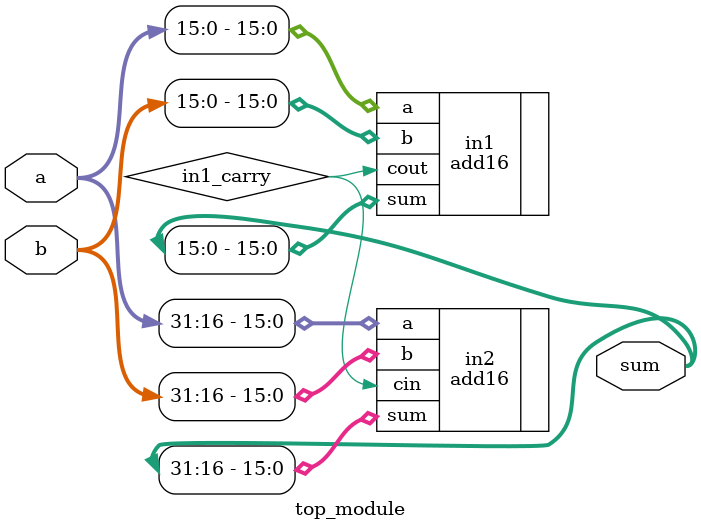
<source format=v>
module top_module(
    input [31:0] a,
    input [31:0] b,
    output [31:0] sum
);
    wire in1_carry;
    add16 in1(.a(a[15:0]),.b(b[15:0]),.sum(sum[15:0]),.cout(in1_carry));
    add16 in2(.a(a[31:16]),.b(b[31:16]),.sum(sum[31:16]),.cin(in1_carry));
endmodule

</source>
